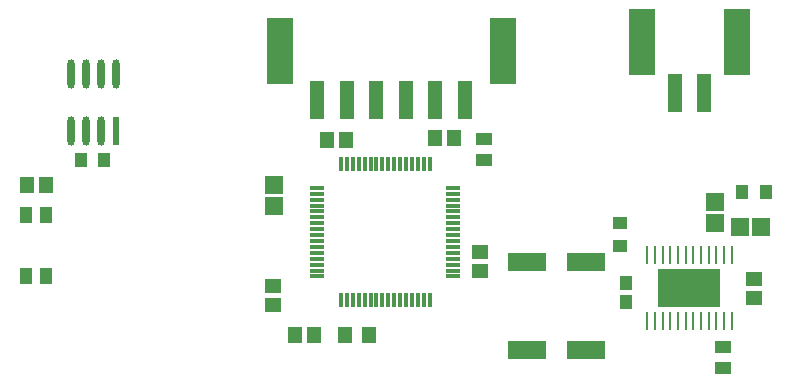
<source format=gbr>
%TF.GenerationSoftware,Altium Limited,Altium Designer,25.4.2 (15)*%
G04 Layer_Color=128*
%FSLAX45Y45*%
%MOMM*%
%TF.SameCoordinates,7A81EC90-EEC5-4681-87D9-92CB7B0FDDE2*%
%TF.FilePolarity,Positive*%
%TF.FileFunction,Paste,Bot*%
%TF.Part,Single*%
G01*
G75*
%TA.AperFunction,SMDPad,CuDef*%
%ADD12R,1.35000X1.00000*%
%ADD13R,1.45620X1.30464*%
%ADD17R,3.20000X1.60000*%
%ADD18R,1.20000X3.20000*%
%ADD19R,2.20000X5.60000*%
%ADD23R,1.25000X1.00000*%
%ADD24R,1.20000X1.45000*%
%ADD25R,1.00000X1.25000*%
%TA.AperFunction,ConnectorPad*%
%ADD29R,2.20000X5.60000*%
%ADD30R,1.20000X3.20000*%
%TA.AperFunction,SMDPad,CuDef*%
%ADD32R,1.30464X1.45620*%
%ADD48R,1.05822X1.30606*%
%ADD49R,1.00000X1.45000*%
%ADD52R,0.62213X2.46916*%
G04:AMPARAMS|DCode=53|XSize=2.46916mm|YSize=0.62213mm|CornerRadius=0.31107mm|HoleSize=0mm|Usage=FLASHONLY|Rotation=90.000|XOffset=0mm|YOffset=0mm|HoleType=Round|Shape=RoundedRectangle|*
%AMROUNDEDRECTD53*
21,1,2.46916,0.00000,0,0,90.0*
21,1,1.84702,0.62213,0,0,90.0*
1,1,0.62213,0.00000,0.92351*
1,1,0.62213,0.00000,-0.92351*
1,1,0.62213,0.00000,-0.92351*
1,1,0.62213,0.00000,0.92351*
%
%ADD53ROUNDEDRECTD53*%
%ADD54R,1.55000X1.50000*%
%ADD55R,0.30000X1.20000*%
%ADD56R,1.20000X0.30000*%
%ADD57R,1.50464X1.55620*%
%TA.AperFunction,NonConductor*%
%ADD83R,5.26000X3.20000*%
%ADD88R,0.25000X1.55000*%
D12*
X6540000Y11360000D02*
D03*
Y11540000D02*
D03*
X8560000Y9780000D02*
D03*
Y9600000D02*
D03*
D13*
X6499999Y10419422D02*
D03*
Y10580578D02*
D03*
X8825000Y10355578D02*
D03*
Y10194422D02*
D03*
X4750000Y10290578D02*
D03*
Y10129422D02*
D03*
D17*
X6900000Y9750000D02*
D03*
X7400000D02*
D03*
X6900000Y10500000D02*
D03*
X7400000D02*
D03*
D18*
X6375000Y11865000D02*
D03*
X5125000D02*
D03*
X5375000D02*
D03*
X6125000D02*
D03*
X5875000D02*
D03*
X5625000D02*
D03*
D19*
X4805000Y12285000D02*
D03*
X6695000D02*
D03*
D23*
X7690000Y10630002D02*
D03*
Y10829998D02*
D03*
D24*
X5360000Y9880000D02*
D03*
X5560000D02*
D03*
D25*
X8720002Y11090000D02*
D03*
X8919998D02*
D03*
X3319998Y11360000D02*
D03*
X3120002D02*
D03*
D29*
X8675000Y12360000D02*
D03*
X7875000D02*
D03*
D30*
X8400000Y11930000D02*
D03*
X8150000D02*
D03*
D32*
X5370578Y11530000D02*
D03*
X5209422D02*
D03*
X6119422Y11550000D02*
D03*
X6280578D02*
D03*
X2662622Y11150600D02*
D03*
X2823778D02*
D03*
X5100578Y9880000D02*
D03*
X4939422D02*
D03*
D48*
X7740000Y10317608D02*
D03*
Y10162392D02*
D03*
D49*
X2825000Y10897500D02*
D03*
Y10382500D02*
D03*
X2655000D02*
D03*
Y10897500D02*
D03*
D52*
X3420500Y11608640D02*
D03*
D53*
X3293500D02*
D03*
X3166500D02*
D03*
X3039500D02*
D03*
Y12091360D02*
D03*
X3166500D02*
D03*
X3293500D02*
D03*
X3420500D02*
D03*
D54*
X4760000Y11150000D02*
D03*
Y10970000D02*
D03*
X8495000Y10825000D02*
D03*
Y11005000D02*
D03*
D55*
X5325000Y10175000D02*
D03*
X5375000D02*
D03*
X5425000D02*
D03*
X5475000D02*
D03*
X5525000D02*
D03*
X5575000D02*
D03*
X5625000D02*
D03*
X5675000D02*
D03*
X5725000D02*
D03*
X5775000D02*
D03*
X5825000D02*
D03*
X5875000D02*
D03*
X5925000D02*
D03*
X5975000D02*
D03*
X6025000D02*
D03*
X6075000D02*
D03*
Y11325000D02*
D03*
X6025000D02*
D03*
X5975000D02*
D03*
X5925000D02*
D03*
X5875000D02*
D03*
X5825000D02*
D03*
X5775000D02*
D03*
X5725000D02*
D03*
X5675000D02*
D03*
X5625000D02*
D03*
X5575000D02*
D03*
X5525000D02*
D03*
X5475000D02*
D03*
X5425000D02*
D03*
X5375000D02*
D03*
X5325000D02*
D03*
D56*
X6275000Y10375000D02*
D03*
Y10425000D02*
D03*
Y10475000D02*
D03*
Y10525000D02*
D03*
Y10575000D02*
D03*
Y10625000D02*
D03*
Y10675000D02*
D03*
Y10725000D02*
D03*
Y10775000D02*
D03*
Y10825000D02*
D03*
Y10875000D02*
D03*
Y10925000D02*
D03*
Y10975000D02*
D03*
Y11025000D02*
D03*
Y11075000D02*
D03*
Y11125000D02*
D03*
X5125000D02*
D03*
Y11075000D02*
D03*
Y11025000D02*
D03*
Y10975000D02*
D03*
Y10925000D02*
D03*
Y10875000D02*
D03*
Y10825000D02*
D03*
Y10775000D02*
D03*
Y10725000D02*
D03*
Y10675000D02*
D03*
Y10625000D02*
D03*
Y10575000D02*
D03*
Y10525000D02*
D03*
Y10475000D02*
D03*
Y10425000D02*
D03*
Y10375000D02*
D03*
D57*
X8885078Y10790000D02*
D03*
X8704922D02*
D03*
D83*
X8275003Y10275039D02*
D03*
D88*
X8632438Y10555082D02*
D03*
X8567438D02*
D03*
X8502562Y10554918D02*
D03*
X8437562D02*
D03*
X8372438Y10555082D02*
D03*
X8307438D02*
D03*
X8242562Y10554918D02*
D03*
X8177562D02*
D03*
X8112438Y10555082D02*
D03*
X8047438D02*
D03*
X7982562Y10554918D02*
D03*
X7917562D02*
D03*
Y9994918D02*
D03*
X7982562D02*
D03*
X8047438Y9995082D02*
D03*
X8112438D02*
D03*
X8177562Y9994918D02*
D03*
X8242562D02*
D03*
X8307438Y9995082D02*
D03*
X8372438D02*
D03*
X8437562Y9994918D02*
D03*
X8502562D02*
D03*
X8567438Y9995082D02*
D03*
X8632438D02*
D03*
%TF.MD5,5240c4f406c00e5d00ff734d11eba146*%
M02*

</source>
